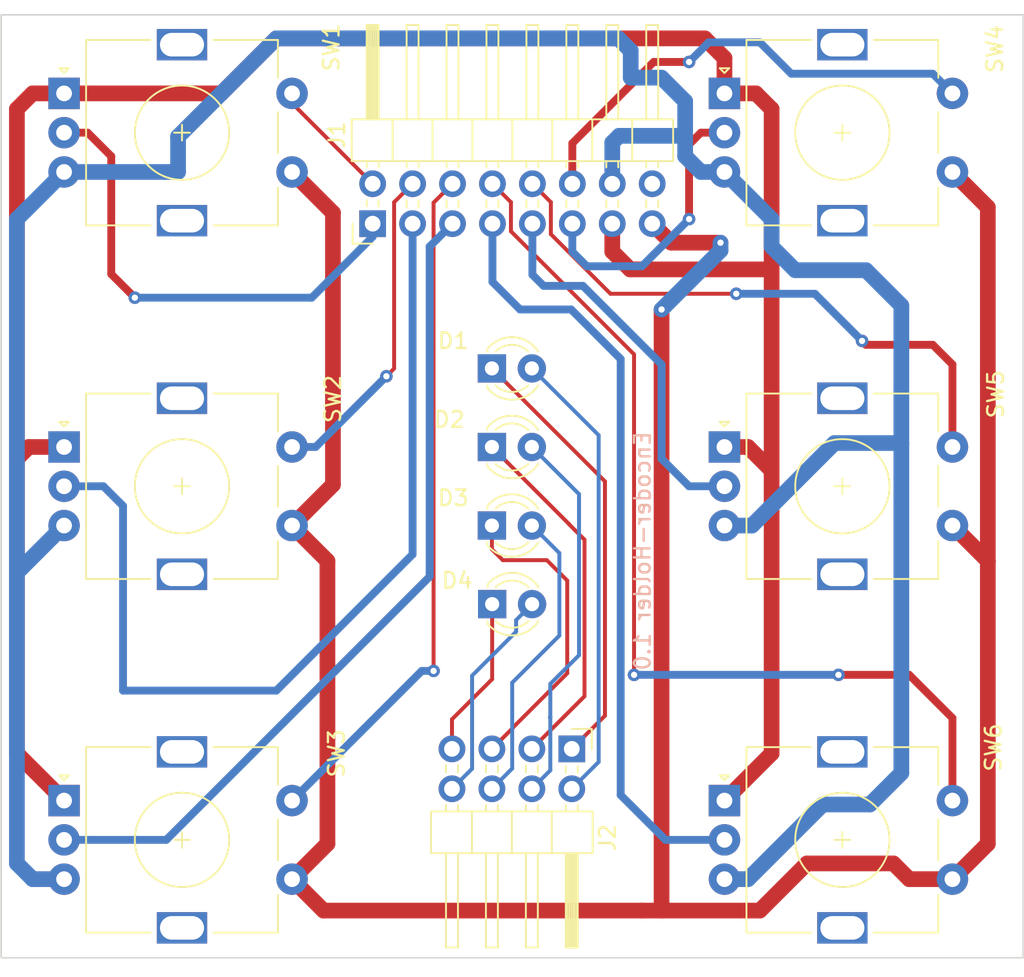
<source format=kicad_pcb>
(kicad_pcb (version 20221018) (generator pcbnew)
  (layers (0 "F.Cu" signal) (31 "B.Cu" signal) (34 "B.Paste" user) (35 "F.Paste" user) (36 "B.SilkS" user "B.Silkscreen") (37 "F.SilkS" user "F.Silkscreen") (38 "B.Mask" user) (39 "F.Mask" user) (44 "Edge.Cuts" user))
  (net 0 "")
  (net 1 "Net-(D1-K)")
  (net 2 "Net-(D1-A)")
  (net 3 "Net-(D2-K)")
  (net 4 "Net-(D2-A)")
  (net 5 "Net-(D3-K)")
  (net 6 "Net-(D3-A)")
  (net 7 "Net-(D4-K)")
  (net 8 "Net-(D4-A)")
  (net 9 "Net-(J1-Pin_1)")
  (net 10 "Net-(J1-Pin_2)")
  (net 11 "Net-(J1-Pin_3)")
  (net 12 "Net-(J1-Pin_4)")
  (net 13 "Net-(J1-Pin_5)")
  (net 14 "Net-(J1-Pin_6)")
  (net 15 "Net-(J1-Pin_7)")
  (net 16 "Net-(J1-Pin_8)")
  (net 17 "Net-(J1-Pin_9)")
  (net 18 "Net-(J1-Pin_10)")
  (net 19 "Net-(J1-Pin_11)")
  (net 20 "Net-(J1-Pin_12)")
  (net 21 "Net-(J1-Pin_13)")
  (net 22 "Net-(J1-Pin_14)")
  (net 24 "Net-(J1-Pin_15)")
  (footprint "Rotary_Encoder:RotaryEncoder_Alps_EC11E-Switch_Vertical_H20mm" (layer "F.Cu") (at 146 77.5)
    (fp_text reference "SW5" (at 17.25 -3.35 90) (layer "F.SilkS"))
    (fp_text value "RotaryEncoder_Switch")
    (fp_line (start -0.3 -1.6) (end 0.3 -1.6) (stroke (width 0.12)) (layer "F.SilkS"))
    (fp_line (start 0 -1.3) (end -0.3 -1.6) (stroke (width 0.12)) (layer "F.SilkS"))
    (fp_line (start 0.3 -1.6) (end 0 -1.3) (stroke (width 0.12)) (layer "F.SilkS"))
    (fp_line (start 1.4 -3.4) (end 1.4 8.4) (stroke (width 0.12)) (layer "F.SilkS"))
    (fp_line (start 5.5 -3.4) (end 1.4 -3.4) (stroke (width 0.12)) (layer "F.SilkS"))
    (fp_line (start 5.5 8.4) (end 1.4 8.4) (stroke (width 0.12)) (layer "F.SilkS"))
    (fp_line (start 7 2.5) (end 8 2.5) (stroke (width 0.12)) (layer "F.SilkS"))
    (fp_line (start 7.5 2) (end 7.5 3) (stroke (width 0.12)) (layer "F.SilkS"))
    (fp_line (start 9.5 -3.4) (end 13.6 -3.4) (stroke (width 0.12)) (layer "F.SilkS"))
    (fp_line (start 13.6 -3.4) (end 13.6 -1) (stroke (width 0.12)) (layer "F.SilkS"))
    (fp_line (start 13.6 1.2) (end 13.6 3.8) (stroke (width 0.12)) (layer "F.SilkS"))
    (fp_line (start 13.6 6) (end 13.6 8.4) (stroke (width 0.12)) (layer "F.SilkS"))
    (fp_line (start 13.6 8.4) (end 9.5 8.4) (stroke (width 0.12)) (layer "F.SilkS"))
    (fp_circle (center 7.5 2.5) (end 10.5 2.5) (stroke (width 0.12)) (fill none) (layer "F.SilkS"))
    (pad "A" thru_hole rect (at 0 0) (size 2 2) (drill 1) (layers "*.Cu" "*.Mask") (net 21 "Net-(J1-Pin_13)"))
    (pad "B" thru_hole circle (at 0 5) (size 2 2) (drill 1) (layers "*.Cu" "*.Mask") (net 22 "Net-(J1-Pin_14)"))
    (pad "C" thru_hole circle (at 0 2.5) (size 2 2) (drill 1) (layers "*.Cu" "*.Mask") (net 17 "Net-(J1-Pin_9)"))
    (pad "MP" thru_hole rect (at 7.5 -3.1) (size 3.2 2) (drill oval 2.8 1.5) (layers "*.Cu" "*.Mask"))
    (pad "MP" thru_hole rect (at 7.5 8.1) (size 3.2 2) (drill oval 2.8 1.5) (layers "*.Cu" "*.Mask"))
    (pad "S1" thru_hole circle (at 14.5 5) (size 2 2) (drill 1) (layers "*.Cu" "*.Mask") (net 24 "Net-(J1-Pin_15)"))
    (pad "S2" thru_hole circle (at 14.5 0) (size 2 2) (drill 1) (layers "*.Cu" "*.Mask") (net 18 "Net-(J1-Pin_10)"))
  )
  (footprint "Rotary_Encoder:RotaryEncoder_Alps_EC11E-Switch_Vertical_H20mm" (layer "F.Cu") (at 104 100)
    (fp_text reference "SW3" (at 17.325 -3 90) (layer "F.SilkS"))
    (fp_text value "RotaryEncoder_Switch")
    (fp_line (start -0.3 -1.6) (end 0.3 -1.6) (stroke (width 0.12)) (layer "F.SilkS"))
    (fp_line (start 0 -1.3) (end -0.3 -1.6) (stroke (width 0.12)) (layer "F.SilkS"))
    (fp_line (start 0.3 -1.6) (end 0 -1.3) (stroke (width 0.12)) (layer "F.SilkS"))
    (fp_line (start 1.4 -3.4) (end 1.4 8.4) (stroke (width 0.12)) (layer "F.SilkS"))
    (fp_line (start 5.5 -3.4) (end 1.4 -3.4) (stroke (width 0.12)) (layer "F.SilkS"))
    (fp_line (start 5.5 8.4) (end 1.4 8.4) (stroke (width 0.12)) (layer "F.SilkS"))
    (fp_line (start 7 2.5) (end 8 2.5) (stroke (width 0.12)) (layer "F.SilkS"))
    (fp_line (start 7.5 2) (end 7.5 3) (stroke (width 0.12)) (layer "F.SilkS"))
    (fp_line (start 9.5 -3.4) (end 13.6 -3.4) (stroke (width 0.12)) (layer "F.SilkS"))
    (fp_line (start 13.6 -3.4) (end 13.6 -1) (stroke (width 0.12)) (layer "F.SilkS"))
    (fp_line (start 13.6 1.2) (end 13.6 3.8) (stroke (width 0.12)) (layer "F.SilkS"))
    (fp_line (start 13.6 6) (end 13.6 8.4) (stroke (width 0.12)) (layer "F.SilkS"))
    (fp_line (start 13.6 8.4) (end 9.5 8.4) (stroke (width 0.12)) (layer "F.SilkS"))
    (fp_circle (center 7.5 2.5) (end 10.5 2.5) (stroke (width 0.12)) (fill none) (layer "F.SilkS"))
    (pad "A" thru_hole rect (at 0 0) (size 2 2) (drill 1) (layers "*.Cu" "*.Mask") (net 21 "Net-(J1-Pin_13)"))
    (pad "B" thru_hole circle (at 0 5) (size 2 2) (drill 1) (layers "*.Cu" "*.Mask") (net 22 "Net-(J1-Pin_14)"))
    (pad "C" thru_hole circle (at 0 2.5) (size 2 2) (drill 1) (layers "*.Cu" "*.Mask") (net 13 "Net-(J1-Pin_5)"))
    (pad "MP" thru_hole rect (at 7.5 -3.1) (size 3.2 2) (drill oval 2.8 1.5) (layers "*.Cu" "*.Mask"))
    (pad "MP" thru_hole rect (at 7.5 8.1) (size 3.2 2) (drill oval 2.8 1.5) (layers "*.Cu" "*.Mask"))
    (pad "S1" thru_hole circle (at 14.5 5) (size 2 2) (drill 1) (layers "*.Cu" "*.Mask") (net 24 "Net-(J1-Pin_15)"))
    (pad "S2" thru_hole circle (at 14.5 0) (size 2 2) (drill 1) (layers "*.Cu" "*.Mask") (net 14 "Net-(J1-Pin_6)"))
  )
  (footprint "Connector_PinHeader_2.54mm:PinHeader_2x04_P2.54mm_Horizontal" (layer "F.Cu") (at 136.29 96.71 -90)
    (fp_text reference "J2" (at 5.655 -2.27 90) (layer "F.SilkS"))
    (fp_text value "Conn_02x04_Odd_Even")
    (fp_line (start -1.27 -1.27) (end 0 -1.27) (stroke (width 0.12)) (layer "F.SilkS"))
    (fp_line (start -1.27 0) (end -1.27 -1.27) (stroke (width 0.12)) (layer "F.SilkS"))
    (fp_line (start 1.042929 2.16) (end 1.497071 2.16) (stroke (width 0.12)) (layer "F.SilkS"))
    (fp_line (start 1.042929 2.92) (end 1.497071 2.92) (stroke (width 0.12)) (layer "F.SilkS"))
    (fp_line (start 1.042929 4.7) (end 1.497071 4.7) (stroke (width 0.12)) (layer "F.SilkS"))
    (fp_line (start 1.042929 5.46) (end 1.497071 5.46) (stroke (width 0.12)) (layer "F.SilkS"))
    (fp_line (start 1.042929 7.24) (end 1.497071 7.24) (stroke (width 0.12)) (layer "F.SilkS"))
    (fp_line (start 1.042929 8) (end 1.497071 8) (stroke (width 0.12)) (layer "F.SilkS"))
    (fp_line (start 1.11 -0.38) (end 1.497071 -0.38) (stroke (width 0.12)) (layer "F.SilkS"))
    (fp_line (start 1.11 0.38) (end 1.497071 0.38) (stroke (width 0.12)) (layer "F.SilkS"))
    (fp_line (start 3.582929 -0.38) (end 3.98 -0.38) (stroke (width 0.12)) (layer "F.SilkS"))
    (fp_line (start 3.582929 0.38) (end 3.98 0.38) (stroke (width 0.12)) (layer "F.SilkS"))
    (fp_line (start 3.582929 2.16) (end 3.98 2.16) (stroke (width 0.12)) (layer "F.SilkS"))
    (fp_line (start 3.582929 2.92) (end 3.98 2.92) (stroke (width 0.12)) (layer "F.SilkS"))
    (fp_line (start 3.582929 4.7) (end 3.98 4.7) (stroke (width 0.12)) (layer "F.SilkS"))
    (fp_line (start 3.582929 5.46) (end 3.98 5.46) (stroke (width 0.12)) (layer "F.SilkS"))
    (fp_line (start 3.582929 7.24) (end 3.98 7.24) (stroke (width 0.12)) (layer "F.SilkS"))
    (fp_line (start 3.582929 8) (end 3.98 8) (stroke (width 0.12)) (layer "F.SilkS"))
    (fp_line (start 3.98 -1.33) (end 3.98 8.95) (stroke (width 0.12)) (layer "F.SilkS"))
    (fp_line (start 3.98 1.27) (end 6.64 1.27) (stroke (width 0.12)) (layer "F.SilkS"))
    (fp_line (start 3.98 3.81) (end 6.64 3.81) (stroke (width 0.12)) (layer "F.SilkS"))
    (fp_line (start 3.98 6.35) (end 6.64 6.35) (stroke (width 0.12)) (layer "F.SilkS"))
    (fp_line (start 3.98 8.95) (end 6.64 8.95) (stroke (width 0.12)) (layer "F.SilkS"))
    (fp_line (start 6.64 -1.33) (end 3.98 -1.33) (stroke (width 0.12)) (layer "F.SilkS"))
    (fp_line (start 6.64 -0.38) (end 12.64 -0.38) (stroke (width 0.12)) (layer "F.SilkS"))
    (fp_line (start 6.64 -0.32) (end 12.64 -0.32) (stroke (width 0.12)) (layer "F.SilkS"))
    (fp_line (start 6.64 -0.2) (end 12.64 -0.2) (stroke (width 0.12)) (layer "F.SilkS"))
    (fp_line (start 6.64 -0.08) (end 12.64 -0.08) (stroke (width 0.12)) (layer "F.SilkS"))
    (fp_line (start 6.64 0.04) (end 12.64 0.04) (stroke (width 0.12)) (layer "F.SilkS"))
    (fp_line (start 6.64 0.16) (end 12.64 0.16) (stroke (width 0.12)) (layer "F.SilkS"))
    (fp_line (start 6.64 0.28) (end 12.64 0.28) (stroke (width 0.12)) (layer "F.SilkS"))
    (fp_line (start 6.64 2.16) (end 12.64 2.16) (stroke (width 0.12)) (layer "F.SilkS"))
    (fp_line (start 6.64 4.7) (end 12.64 4.7) (stroke (width 0.12)) (layer "F.SilkS"))
    (fp_line (start 6.64 7.24) (end 12.64 7.24) (stroke (width 0.12)) (layer "F.SilkS"))
    (fp_line (start 6.64 8.95) (end 6.64 -1.33) (stroke (width 0.12)) (layer "F.SilkS"))
    (fp_line (start 12.64 -0.38) (end 12.64 0.38) (stroke (width 0.12)) (layer "F.SilkS"))
    (fp_line (start 12.64 0.38) (end 6.64 0.38) (stroke (width 0.12)) (layer "F.SilkS"))
    (fp_line (start 12.64 2.16) (end 12.64 2.92) (stroke (width 0.12)) (layer "F.SilkS"))
    (fp_line (start 12.64 2.92) (end 6.64 2.92) (stroke (width 0.12)) (layer "F.SilkS"))
    (fp_line (start 12.64 4.7) (end 12.64 5.46) (stroke (width 0.12)) (layer "F.SilkS"))
    (fp_line (start 12.64 5.46) (end 6.64 5.46) (stroke (width 0.12)) (layer "F.SilkS"))
    (fp_line (start 12.64 7.24) (end 12.64 8) (stroke (width 0.12)) (layer "F.SilkS"))
    (fp_line (start 12.64 8) (end 6.64 8) (stroke (width 0.12)) (layer "F.SilkS"))
    (pad "1" thru_hole rect (at 0 0 270) (size 1.7 1.7) (drill 1) (layers "*.Cu" "*.Mask") (net 1 "Net-(D1-K)"))
    (pad "2" thru_hole oval (at 2.54 0 270) (size 1.7 1.7) (drill 1) (layers "*.Cu" "*.Mask") (net 2 "Net-(D1-A)"))
    (pad "3" thru_hole oval (at 0 2.54 270) (size 1.7 1.7) (drill 1) (layers "*.Cu" "*.Mask") (net 3 "Net-(D2-K)"))
    (pad "4" thru_hole oval (at 2.54 2.54 270) (size 1.7 1.7) (drill 1) (layers "*.Cu" "*.Mask") (net 4 "Net-(D2-A)"))
    (pad "5" thru_hole oval (at 0 5.08 270) (size 1.7 1.7) (drill 1) (layers "*.Cu" "*.Mask") (net 5 "Net-(D3-K)"))
    (pad "6" thru_hole oval (at 2.54 5.08 270) (size 1.7 1.7) (drill 1) (layers "*.Cu" "*.Mask") (net 6 "Net-(D3-A)"))
    (pad "7" thru_hole oval (at 0 7.62 270) (size 1.7 1.7) (drill 1) (layers "*.Cu" "*.Mask") (net 7 "Net-(D4-K)"))
    (pad "8" thru_hole oval (at 2.54 7.62 270) (size 1.7 1.7) (drill 1) (layers "*.Cu" "*.Mask") (net 8 "Net-(D4-A)"))
  )
  (footprint "Rotary_Encoder:RotaryEncoder_Alps_EC11E-Switch_Vertical_H20mm" (layer "F.Cu") (at 104 55)
    (fp_text reference "SW1" (at 17 -2.925 90) (layer "F.SilkS"))
    (fp_text value "RotaryEncoder_Switch")
    (fp_line (start -0.3 -1.6) (end 0.3 -1.6) (stroke (width 0.12)) (layer "F.SilkS"))
    (fp_line (start 0 -1.3) (end -0.3 -1.6) (stroke (width 0.12)) (layer "F.SilkS"))
    (fp_line (start 0.3 -1.6) (end 0 -1.3) (stroke (width 0.12)) (layer "F.SilkS"))
    (fp_line (start 1.4 -3.4) (end 1.4 8.4) (stroke (width 0.12)) (layer "F.SilkS"))
    (fp_line (start 5.5 -3.4) (end 1.4 -3.4) (stroke (width 0.12)) (layer "F.SilkS"))
    (fp_line (start 5.5 8.4) (end 1.4 8.4) (stroke (width 0.12)) (layer "F.SilkS"))
    (fp_line (start 7 2.5) (end 8 2.5) (stroke (width 0.12)) (layer "F.SilkS"))
    (fp_line (start 7.5 2) (end 7.5 3) (stroke (width 0.12)) (layer "F.SilkS"))
    (fp_line (start 9.5 -3.4) (end 13.6 -3.4) (stroke (width 0.12)) (layer "F.SilkS"))
    (fp_line (start 13.6 -3.4) (end 13.6 -1) (stroke (width 0.12)) (layer "F.SilkS"))
    (fp_line (start 13.6 1.2) (end 13.6 3.8) (stroke (width 0.12)) (layer "F.SilkS"))
    (fp_line (start 13.6 6) (end 13.6 8.4) (stroke (width 0.12)) (layer "F.SilkS"))
    (fp_line (start 13.6 8.4) (end 9.5 8.4) (stroke (width 0.12)) (layer "F.SilkS"))
    (fp_circle (center 7.5 2.5) (end 10.5 2.5) (stroke (width 0.12)) (fill none) (layer "F.SilkS"))
    (pad "A" thru_hole rect (at 0 0) (size 2 2) (drill 1) (layers "*.Cu" "*.Mask") (net 21 "Net-(J1-Pin_13)"))
    (pad "B" thru_hole circle (at 0 5) (size 2 2) (drill 1) (layers "*.Cu" "*.Mask") (net 22 "Net-(J1-Pin_14)"))
    (pad "C" thru_hole circle (at 0 2.5) (size 2 2) (drill 1) (layers "*.Cu" "*.Mask") (net 9 "Net-(J1-Pin_1)"))
    (pad "MP" thru_hole rect (at 7.5 -3.1) (size 3.2 2) (drill oval 2.8 1.5) (layers "*.Cu" "*.Mask"))
    (pad "MP" thru_hole rect (at 7.5 8.1) (size 3.2 2) (drill oval 2.8 1.5) (layers "*.Cu" "*.Mask"))
    (pad "S1" thru_hole circle (at 14.5 5) (size 2 2) (drill 1) (layers "*.Cu" "*.Mask") (net 24 "Net-(J1-Pin_15)"))
    (pad "S2" thru_hole circle (at 14.5 0) (size 2 2) (drill 1) (layers "*.Cu" "*.Mask") (net 10 "Net-(J1-Pin_2)"))
  )
  (footprint "Rotary_Encoder:RotaryEncoder_Alps_EC11E-Switch_Vertical_H20mm" (layer "F.Cu") (at 104 77.5)
    (fp_text reference "SW2" (at 17.1 -3.05 90) (layer "F.SilkS"))
    (fp_text value "RotaryEncoder_Switch")
    (fp_line (start -0.3 -1.6) (end 0.3 -1.6) (stroke (width 0.12)) (layer "F.SilkS"))
    (fp_line (start 0 -1.3) (end -0.3 -1.6) (stroke (width 0.12)) (layer "F.SilkS"))
    (fp_line (start 0.3 -1.6) (end 0 -1.3) (stroke (width 0.12)) (layer "F.SilkS"))
    (fp_line (start 1.4 -3.4) (end 1.4 8.4) (stroke (width 0.12)) (layer "F.SilkS"))
    (fp_line (start 5.5 -3.4) (end 1.4 -3.4) (stroke (width 0.12)) (layer "F.SilkS"))
    (fp_line (start 5.5 8.4) (end 1.4 8.4) (stroke (width 0.12)) (layer "F.SilkS"))
    (fp_line (start 7 2.5) (end 8 2.5) (stroke (width 0.12)) (layer "F.SilkS"))
    (fp_line (start 7.5 2) (end 7.5 3) (stroke (width 0.12)) (layer "F.SilkS"))
    (fp_line (start 9.5 -3.4) (end 13.6 -3.4) (stroke (width 0.12)) (layer "F.SilkS"))
    (fp_line (start 13.6 -3.4) (end 13.6 -1) (stroke (width 0.12)) (layer "F.SilkS"))
    (fp_line (start 13.6 1.2) (end 13.6 3.8) (stroke (width 0.12)) (layer "F.SilkS"))
    (fp_line (start 13.6 6) (end 13.6 8.4) (stroke (width 0.12)) (layer "F.SilkS"))
    (fp_line (start 13.6 8.4) (end 9.5 8.4) (stroke (width 0.12)) (layer "F.SilkS"))
    (fp_circle (center 7.5 2.5) (end 10.5 2.5) (stroke (width 0.12)) (fill none) (layer "F.SilkS"))
    (pad "A" thru_hole rect (at 0 0) (size 2 2) (drill 1) (layers "*.Cu" "*.Mask") (net 21 "Net-(J1-Pin_13)"))
    (pad "B" thru_hole circle (at 0 5) (size 2 2) (drill 1) (layers "*.Cu" "*.Mask") (net 22 "Net-(J1-Pin_14)"))
    (pad "C" thru_hole circle (at 0 2.5) (size 2 2) (drill 1) (layers "*.Cu" "*.Mask") (net 11 "Net-(J1-Pin_3)"))
    (pad "MP" thru_hole rect (at 7.5 -3.1) (size 3.2 2) (drill oval 2.8 1.5) (layers "*.Cu" "*.Mask"))
    (pad "MP" thru_hole rect (at 7.5 8.1) (size 3.2 2) (drill oval 2.8 1.5) (layers "*.Cu" "*.Mask"))
    (pad "S1" thru_hole circle (at 14.5 5) (size 2 2) (drill 1) (layers "*.Cu" "*.Mask") (net 24 "Net-(J1-Pin_15)"))
    (pad "S2" thru_hole circle (at 14.5 0) (size 2 2) (drill 1) (layers "*.Cu" "*.Mask") (net 12 "Net-(J1-Pin_4)"))
  )
  (footprint "LED_THT:LED_D3.0mm" (layer "F.Cu") (at 131.21 77.5)
    (fp_text reference "D2" (at -2.71 -1.75) (layer "F.SilkS"))
    (fp_text value "LED")
    (fp_line (start -0.29 -1.236) (end -0.29 -1.08) (stroke (width 0.12)) (layer "F.SilkS"))
    (fp_line (start -0.29 1.08) (end -0.29 1.236) (stroke (width 0.12)) (layer "F.SilkS"))
    (fp_arc (start -0.29 -1.235516) (mid 1.366487 -1.987659) (end 2.942335 -1.078608) (stroke (width 0.12)) (layer "F.SilkS"))
    (fp_arc (start 0.229039 -1.08) (mid 1.270117 -1.5) (end 2.31113 -1.079837) (stroke (width 0.12)) (layer "F.SilkS"))
    (fp_arc (start 2.31113 1.079837) (mid 1.270117 1.5) (end 0.229039 1.08) (stroke (width 0.12)) (layer "F.SilkS"))
    (fp_arc (start 2.942335 1.078608) (mid 1.366487 1.987659) (end -0.29 1.235516) (stroke (width 0.12)) (layer "F.SilkS"))
    (pad "1" thru_hole rect (at 0 0) (size 1.8 1.8) (drill 0.9) (layers "*.Cu" "*.Mask") (net 3 "Net-(D2-K)"))
    (pad "2" thru_hole circle (at 2.54 0) (size 1.8 1.8) (drill 0.9) (layers "*.Cu" "*.Mask") (net 4 "Net-(D2-A)"))
  )
  (footprint "LED_THT:LED_D3.0mm" (layer "F.Cu") (at 131.21 82.5)
    (fp_text reference "D3" (at -2.46 -1.75) (layer "F.SilkS"))
    (fp_text value "LED")
    (fp_line (start -0.29 -1.236) (end -0.29 -1.08) (stroke (width 0.12)) (layer "F.SilkS"))
    (fp_line (start -0.29 1.08) (end -0.29 1.236) (stroke (width 0.12)) (layer "F.SilkS"))
    (fp_arc (start -0.29 -1.235516) (mid 1.366487 -1.987659) (end 2.942335 -1.078608) (stroke (width 0.12)) (layer "F.SilkS"))
    (fp_arc (start 0.229039 -1.08) (mid 1.270117 -1.5) (end 2.31113 -1.079837) (stroke (width 0.12)) (layer "F.SilkS"))
    (fp_arc (start 2.31113 1.079837) (mid 1.270117 1.5) (end 0.229039 1.08) (stroke (width 0.12)) (layer "F.SilkS"))
    (fp_arc (start 2.942335 1.078608) (mid 1.366487 1.987659) (end -0.29 1.235516) (stroke (width 0.12)) (layer "F.SilkS"))
    (pad "1" thru_hole rect (at 0 0) (size 1.8 1.8) (drill 0.9) (layers "*.Cu" "*.Mask") (net 5 "Net-(D3-K)"))
    (pad "2" thru_hole circle (at 2.54 0) (size 1.8 1.8) (drill 0.9) (layers "*.Cu" "*.Mask") (net 6 "Net-(D3-A)"))
  )
  (footprint "LED_THT:LED_D3.0mm" (layer "F.Cu") (at 131.225 87.5)
    (fp_text reference "D4" (at -2.225 -1.5) (layer "F.SilkS"))
    (fp_text value "LED")
    (fp_line (start -0.29 -1.236) (end -0.29 -1.08) (stroke (width 0.12)) (layer "F.SilkS"))
    (fp_line (start -0.29 1.08) (end -0.29 1.236) (stroke (width 0.12)) (layer "F.SilkS"))
    (fp_arc (start -0.29 -1.235516) (mid 1.366487 -1.987659) (end 2.942335 -1.078608) (stroke (width 0.12)) (layer "F.SilkS"))
    (fp_arc (start 0.229039 -1.08) (mid 1.270117 -1.5) (end 2.31113 -1.079837) (stroke (width 0.12)) (layer "F.SilkS"))
    (fp_arc (start 2.31113 1.079837) (mid 1.270117 1.5) (end 0.229039 1.08) (stroke (width 0.12)) (layer "F.SilkS"))
    (fp_arc (start 2.942335 1.078608) (mid 1.366487 1.987659) (end -0.29 1.235516) (stroke (width 0.12)) (layer "F.SilkS"))
    (pad "1" thru_hole rect (at 0 0) (size 1.8 1.8) (drill 0.9) (layers "*.Cu" "*.Mask") (net 7 "Net-(D4-K)"))
    (pad "2" thru_hole circle (at 2.54 0) (size 1.8 1.8) (drill 0.9) (layers "*.Cu" "*.Mask") (net 8 "Net-(D4-A)"))
  )
  (footprint "LED_THT:LED_D3.0mm" (layer "F.Cu") (at 131.21 72.5)
    (fp_text reference "D1" (at -2.46 -1.75) (layer "F.SilkS"))
    (fp_text value "LED")
    (fp_line (start -0.29 -1.236) (end -0.29 -1.08) (stroke (width 0.12)) (layer "F.SilkS"))
    (fp_line (start -0.29 1.08) (end -0.29 1.236) (stroke (width 0.12)) (layer "F.SilkS"))
    (fp_arc (start -0.29 -1.235516) (mid 1.366487 -1.987659) (end 2.942335 -1.078608) (stroke (width 0.12)) (layer "F.SilkS"))
    (fp_arc (start 0.229039 -1.08) (mid 1.270117 -1.5) (end 2.31113 -1.079837) (stroke (width 0.12)) (layer "F.SilkS"))
    (fp_arc (start 2.31113 1.079837) (mid 1.270117 1.5) (end 0.229039 1.08) (stroke (width 0.12)) (layer "F.SilkS"))
    (fp_arc (start 2.942335 1.078608) (mid 1.366487 1.987659) (end -0.29 1.235516) (stroke (width 0.12)) (layer "F.SilkS"))
    (pad "1" thru_hole rect (at 0 0) (size 1.8 1.8) (drill 0.9) (layers "*.Cu" "*.Mask") (net 1 "Net-(D1-K)"))
    (pad "2" thru_hole circle (at 2.54 0) (size 1.8 1.8) (drill 0.9) (layers "*.Cu" "*.Mask") (net 2 "Net-(D1-A)"))
  )
  (footprint "Rotary_Encoder:RotaryEncoder_Alps_EC11E-Switch_Vertical_H20mm" (layer "F.Cu") (at 146 100)
    (fp_text reference "SW6" (at 17.1 -3.375 90) (layer "F.SilkS"))
    (fp_text value "RotaryEncoder_Switch")
    (fp_line (start -0.3 -1.6) (end 0.3 -1.6) (stroke (width 0.12)) (layer "F.SilkS"))
    (fp_line (start 0 -1.3) (end -0.3 -1.6) (stroke (width 0.12)) (layer "F.SilkS"))
    (fp_line (start 0.3 -1.6) (end 0 -1.3) (stroke (width 0.12)) (layer "F.SilkS"))
    (fp_line (start 1.4 -3.4) (end 1.4 8.4) (stroke (width 0.12)) (layer "F.SilkS"))
    (fp_line (start 5.5 -3.4) (end 1.4 -3.4) (stroke (width 0.12)) (layer "F.SilkS"))
    (fp_line (start 5.5 8.4) (end 1.4 8.4) (stroke (width 0.12)) (layer "F.SilkS"))
    (fp_line (start 7 2.5) (end 8 2.5) (stroke (width 0.12)) (layer "F.SilkS"))
    (fp_line (start 7.5 2) (end 7.5 3) (stroke (width 0.12)) (layer "F.SilkS"))
    (fp_line (start 9.5 -3.4) (end 13.6 -3.4) (stroke (width 0.12)) (layer "F.SilkS"))
    (fp_line (start 13.6 -3.4) (end 13.6 -1) (stroke (width 0.12)) (layer "F.SilkS"))
    (fp_line (start 13.6 1.2) (end 13.6 3.8) (stroke (width 0.12)) (layer "F.SilkS"))
    (fp_line (start 13.6 6) (end 13.6 8.4) (stroke (width 0.12)) (layer "F.SilkS"))
    (fp_line (start 13.6 8.4) (end 9.5 8.4) (stroke (width 0.12)) (layer "F.SilkS"))
    (fp_circle (center 7.5 2.5) (end 10.5 2.5) (stroke (width 0.12)) (fill none) (layer "F.SilkS"))
    (pad "A" thru_hole rect (at 0 0) (size 2 2) (drill 1) (layers "*.Cu" "*.Mask") (net 21 "Net-(J1-Pin_13)"))
    (pad "B" thru_hole circle (at 0 5) (size 2 2) (drill 1) (layers "*.Cu" "*.Mask") (net 22 "Net-(J1-Pin_14)"))
    (pad "C" thru_hole circle (at 0 2.5) (size 2 2) (drill 1) (layers "*.Cu" "*.Mask") (net 15 "Net-(J1-Pin_7)"))
    (pad "MP" thru_hole rect (at 7.5 -3.1) (size 3.2 2) (drill oval 2.8 1.5) (layers "*.Cu" "*.Mask"))
    (pad "MP" thru_hole rect (at 7.5 8.1) (size 3.2 2) (drill oval 2.8 1.5) (layers "*.Cu" "*.Mask"))
    (pad "S1" thru_hole circle (at 14.5 5) (size 2 2) (drill 1) (layers "*.Cu" "*.Mask") (net 24 "Net-(J1-Pin_15)"))
    (pad "S2" thru_hole circle (at 14.5 0) (size 2 2) (drill 1) (layers "*.Cu" "*.Mask") (net 16 "Net-(J1-Pin_8)"))
  )
  (footprint "Connector_PinHeader_2.54mm:PinHeader_2x08_P2.54mm_Horizontal" (layer "F.Cu") (at 123.625 63.29 90)
    (fp_text reference "J1" (at 5.655 -2.27 90) (layer "F.SilkS"))
    (fp_text value "Conn_02x10_Odd_Even")
    (fp_line (start -1.27 -1.27) (end 0 -1.27) (stroke (width 0.12)) (layer "F.SilkS"))
    (fp_line (start -1.27 0) (end -1.27 -1.27) (stroke (width 0.12)) (layer "F.SilkS"))
    (fp_line (start 1.042929 2.16) (end 1.497071 2.16) (stroke (width 0.12)) (layer "F.SilkS"))
    (fp_line (start 1.042929 2.92) (end 1.497071 2.92) (stroke (width 0.12)) (layer "F.SilkS"))
    (fp_line (start 1.042929 4.7) (end 1.497071 4.7) (stroke (width 0.12)) (layer "F.SilkS"))
    (fp_line (start 1.042929 5.46) (end 1.497071 5.46) (stroke (width 0.12)) (layer "F.SilkS"))
    (fp_line (start 1.042929 7.24) (end 1.497071 7.24) (stroke (width 0.12)) (layer "F.SilkS"))
    (fp_line (start 1.042929 8) (end 1.497071 8) (stroke (width 0.12)) (layer "F.SilkS"))
    (fp_line (start 1.042929 9.78) (end 1.497071 9.78) (stroke (width 0.12)) (layer "F.SilkS"))
    (fp_line (start 1.042929 10.54) (end 1.497071 10.54) (stroke (width 0.12)) (layer "F.SilkS"))
    (fp_line (start 1.042929 12.32) (end 1.497071 12.32) (stroke (width 0.12)) (layer "F.SilkS"))
    (fp_line (start 1.042929 13.08) (end 1.497071 13.08) (stroke (width 0.12)) (layer "F.SilkS"))
    (fp_line (start 1.042929 14.86) (end 1.497071 14.86) (stroke (width 0.12)) (layer "F.SilkS"))
    (fp_line (start 1.042929 15.62) (end 1.497071 15.62) (stroke (width 0.12)) (layer "F.SilkS"))
    (fp_line (start 1.042929 17.4) (end 1.497071 17.4) (stroke (width 0.12)) (layer "F.SilkS"))
    (fp_line (start 1.042929 18.16) (end 1.497071 18.16) (stroke (width 0.12)) (layer "F.SilkS"))
    (fp_line (start 1.11 -0.38) (end 1.497071 -0.38) (stroke (width 0.12)) (layer "F.SilkS"))
    (fp_line (start 1.11 0.38) (end 1.497071 0.38) (stroke (width 0.12)) (layer "F.SilkS"))
    (fp_line (start 3.582929 -0.38) (end 3.98 -0.38) (stroke (width 0.12)) (layer "F.SilkS"))
    (fp_line (start 3.582929 0.38) (end 3.98 0.38) (stroke (width 0.12)) (layer "F.SilkS"))
    (fp_line (start 3.582929 2.16) (end 3.98 2.16) (stroke (width 0.12)) (layer "F.SilkS"))
    (fp_line (start 3.582929 2.92) (end 3.98 2.92) (stroke (width 0.12)) (layer "F.SilkS"))
    (fp_line (start 3.582929 4.7) (end 3.98 4.7) (stroke (width 0.12)) (layer "F.SilkS"))
    (fp_line (start 3.582929 5.46) (end 3.98 5.46) (stroke (width 0.12)) (layer "F.SilkS"))
    (fp_line (start 3.582929 7.24) (end 3.98 7.24) (stroke (width 0.12)) (layer "F.SilkS"))
    (fp_line (start 3.582929 8) (end 3.98 8) (stroke (width 0.12)) (layer "F.SilkS"))
    (fp_line (start 3.582929 9.78) (end 3.98 9.78) (stroke (width 0.12)) (layer "F.SilkS"))
    (fp_line (start 3.582929 10.54) (end 3.98 10.54) (stroke (width 0.12)) (layer "F.SilkS"))
    (fp_line (start 3.582929 12.32) (end 3.98 12.32) (stroke (width 0.12)) (layer "F.SilkS"))
    (fp_line (start 3.582929 13.08) (end 3.98 13.08) (stroke (width 0.12)) (layer "F.SilkS"))
    (fp_line (start 3.582929 14.86) (end 3.98 14.86) (stroke (width 0.12)) (layer "F.SilkS"))
    (fp_line (start 3.582929 15.62) (end 3.98 15.62) (stroke (width 0.12)) (layer "F.SilkS"))
    (fp_line (start 3.582929 17.4) (end 3.98 17.4) (stroke (width 0.12)) (layer "F.SilkS"))
    (fp_line (start 3.582929 18.16) (end 3.98 18.16) (stroke (width 0.12)) (layer "F.SilkS"))
    (fp_line (start 3.98 -1.33) (end 3.98 19.11) (stroke (width 0.12)) (layer "F.SilkS"))
    (fp_line (start 3.98 1.27) (end 6.64 1.27) (stroke (width 0.12)) (layer "F.SilkS"))
    (fp_line (start 3.98 3.81) (end 6.64 3.81) (stroke (width 0.12)) (layer "F.SilkS"))
    (fp_line (start 3.98 6.35) (end 6.64 6.35) (stroke (width 0.12)) (layer "F.SilkS"))
    (fp_line (start 3.98 8.89) (end 6.64 8.89) (stroke (width 0.12)) (layer "F.SilkS"))
    (fp_line (start 3.98 11.43) (end 6.64 11.43) (stroke (width 0.12)) (layer "F.SilkS"))
    (fp_line (start 3.98 13.97) (end 6.64 13.97) (stroke (width 0.12)) (layer "F.SilkS"))
    (fp_line (start 3.98 16.51) (end 6.64 16.51) (stroke (width 0.12)) (layer "F.SilkS"))
    (fp_line (start 3.98 19.11) (end 6.64 19.11) (stroke (width 0.12)) (layer "F.SilkS"))
    (fp_line (start 6.64 -1.33) (end 3.98 -1.33) (stroke (width 0.12)) (layer "F.SilkS"))
    (fp_line (start 6.64 -0.38) (end 12.64 -0.38) (stroke (width 0.12)) (layer "F.SilkS"))
    (fp_line (start 6.64 -0.32) (end 12.64 -0.32) (stroke (width 0.12)) (layer "F.SilkS"))
    (fp_line (start 6.64 -0.2) (end 12.64 -0.2) (stroke (width 0.12)) (layer "F.SilkS"))
    (fp_line (start 6.64 -0.08) (end 12.64 -0.08) (stroke (width 0.12)) (layer "F.SilkS"))
    (fp_line (start 6.64 0.04) (end 12.64 0.04) (stroke (width 0.12)) (layer "F.SilkS"))
    (fp_line (start 6.64 0.16) (end 12.64 0.16) (stroke (width 0.12)) (layer "F.SilkS"))
    (fp_line (start 6.64 0.28) (end 12.64 0.28) (stroke (width 0.12)) (layer "F.SilkS"))
    (fp_line (start 6.64 2.16) (end 12.64 2.16) (stroke (width 0.12)) (layer "F.SilkS"))
    (fp_line (start 6.64 4.7) (end 12.64 4.7) (stroke (width 0.12)) (layer "F.SilkS"))
    (fp_line (start 6.64 7.24) (end 12.64 7.24) (stroke (width 0.12)) (layer "F.SilkS"))
    (fp_line (start 6.64 9.78) (end 12.64 9.78) (stroke (width 0.12)) (layer "F.SilkS"))
    (fp_line (start 6.64 12.32) (end 12.64 12.32) (stroke (width 0.12)) (layer "F.SilkS"))
    (fp_line (start 6.64 14.86) (end 12.64 14.86) (stroke (width 0.12)) (layer "F.SilkS"))
    (fp_line (start 6.64 17.4) (end 12.64 17.4) (stroke (width 0.12)) (layer "F.SilkS"))
    (fp_line (start 6.64 19.11) (end 6.64 -1.33) (stroke (width 0.12)) (layer "F.SilkS"))
    (fp_line (start 12.64 -0.38) (end 12.64 0.38) (stroke (width 0.12)) (layer "F.SilkS"))
    (fp_line (start 12.64 0.38) (end 6.64 0.38) (stroke (width 0.12)) (layer "F.SilkS"))
    (fp_line (start 12.64 2.16) (end 12.64 2.92) (stroke (width 0.12)) (layer "F.SilkS"))
    (fp_line (start 12.64 2.92) (end 6.64 2.92) (stroke (width 0.12)) (layer "F.SilkS"))
    (fp_line (start 12.64 4.7) (end 12.64 5.46) (stroke (width 0.12)) (layer "F.SilkS"))
    (fp_line (start 12.64 5.46) (end 6.64 5.46) (stroke (width 0.12)) (layer "F.SilkS"))
    (fp_line (start 12.64 7.24) (end 12.64 8) (stroke (width 0.12)) (layer "F.SilkS"))
    (fp_line (start 12.64 8) (end 6.64 8) (stroke (width 0.12)) (layer "F.SilkS"))
    (fp_line (start 12.64 9.78) (end 12.64 10.54) (stroke (width 0.12)) (layer "F.SilkS"))
    (fp_line (start 12.64 10.54) (end 6.64 10.54) (stroke (width 0.12)) (layer "F.SilkS"))
    (fp_line (start 12.64 12.32) (end 12.64 13.08) (stroke (width 0.12)) (layer "F.SilkS"))
    (fp_line (start 12.64 13.08) (end 6.64 13.08) (stroke (width 0.12)) (layer "F.SilkS"))
    (fp_line (start 12.64 14.86) (end 12.64 15.62) (stroke (width 0.12)) (layer "F.SilkS"))
    (fp_line (start 12.64 15.62) (end 6.64 15.62) (stroke (width 0.12)) (layer "F.SilkS"))
    (fp_line (start 12.64 17.4) (end 12.64 18.16) (stroke (width 0.12)) (layer "F.SilkS"))
    (fp_line (start 12.64 18.16) (end 6.64 18.16) (stroke (width 0.12)) (layer "F.SilkS"))
    (pad "1" thru_hole rect (at 0 0 90) (size 1.7 1.7) (drill 1) (layers "*.Cu" "*.Mask") (net 9 "Net-(J1-Pin_1)"))
    (pad "2" thru_hole oval (at 2.54 0 90) (size 1.7 1.7) (drill 1) (layers "*.Cu" "*.Mask") (net 10 "Net-(J1-Pin_2)"))
    (pad "3" thru_hole oval (at 0 2.54 90) (size 1.7 1.7) (drill 1) (layers "*.Cu" "*.Mask") (net 11 "Net-(J1-Pin_3)"))
    (pad "4" thru_hole oval (at 2.54 2.54 90) (size 1.7 1.7) (drill 1) (layers "*.Cu" "*.Mask") (net 12 "Net-(J1-Pin_4)"))
    (pad "5" thru_hole oval (at 0 5.08 90) (size 1.7 1.7) (drill 1) (layers "*.Cu" "*.Mask") (net 13 "Net-(J1-Pin_5)"))
    (pad "6" thru_hole oval (at 2.54 5.08 90) (size 1.7 1.7) (drill 1) (layers "*.Cu" "*.Mask") (net 14 "Net-(J1-Pin_6)"))
    (pad "7" thru_hole oval (at 0 7.62 90) (size 1.7 1.7) (drill 1) (layers "*.Cu" "*.Mask") (net 15 "Net-(J1-Pin_7)"))
    (pad "8" thru_hole oval (at 2.54 7.62 90) (size 1.7 1.7) (drill 1) (layers "*.Cu" "*.Mask") (net 16 "Net-(J1-Pin_8)"))
    (pad "9" thru_hole oval (at 0 10.16 90) (size 1.7 1.7) (drill 1) (layers "*.Cu" "*.Mask") (net 17 "Net-(J1-Pin_9)"))
    (pad "10" thru_hole oval (at 2.54 10.16 90) (size 1.7 1.7) (drill 1) (layers "*.Cu" "*.Mask") (net 18 "Net-(J1-Pin_10)"))
    (pad "11" thru_hole oval (at 0 12.7 90) (size 1.7 1.7) (drill 1) (layers "*.Cu" "*.Mask") (net 19 "Net-(J1-Pin_11)"))
    (pad "12" thru_hole oval (at 2.54 12.7 90) (size 1.7 1.7) (drill 1) (layers "*.Cu" "*.Mask") (net 20 "Net-(J1-Pin_12)"))
    (pad "13" thru_hole oval (at 0 15.24 90) (size 1.7 1.7) (drill 1) (layers "*.Cu" "*.Mask") (net 21 "Net-(J1-Pin_13)"))
    (pad "14" thru_hole oval (at 2.54 15.24 90) (size 1.7 1.7) (drill 1) (layers "*.Cu" "*.Mask") (net 22 "Net-(J1-Pin_14)"))
    (pad "15" thru_hole oval (at 0 17.78 90) (size 1.7 1.7) (drill 1) (layers "*.Cu" "*.Mask") (net 24 "Net-(J1-Pin_15)"))
    (pad "16" thru_hole oval (at 2.54 17.78 90) (size 1.7 1.7) (drill 1) (layers "*.Cu" "*.Mask"))
  )
  (footprint "Rotary_Encoder:RotaryEncoder_Alps_EC11E-Switch_Vertical_H20mm" (layer "F.Cu") (at 146 55)
    (fp_text reference "SW4" (at 17.2 -2.825 90) (layer "F.SilkS"))
    (fp_text value "RotaryEncoder_Switch")
    (fp_line (start -0.3 -1.6) (end 0.3 -1.6) (stroke (width 0.12)) (layer "F.SilkS"))
    (fp_line (start 0 -1.3) (end -0.3 -1.6) (stroke (width 0.12)) (layer "F.SilkS"))
    (fp_line (start 0.3 -1.6) (end 0 -1.3) (stroke (width 0.12)) (layer "F.SilkS"))
    (fp_line (start 1.4 -3.4) (end 1.4 8.4) (stroke (width 0.12)) (layer "F.SilkS"))
    (fp_line (start 5.5 -3.4) (end 1.4 -3.4) (stroke (width 0.12)) (layer "F.SilkS"))
    (fp_line (start 5.5 8.4) (end 1.4 8.4) (stroke (width 0.12)) (layer "F.SilkS"))
    (fp_line (start 7 2.5) (end 8 2.5) (stroke (width 0.12)) (layer "F.SilkS"))
    (fp_line (start 7.5 2) (end 7.5 3) (stroke (width 0.12)) (layer "F.SilkS"))
    (fp_line (start 9.5 -3.4) (end 13.6 -3.4) (stroke (width 0.12)) (layer "F.SilkS"))
    (fp_line (start 13.6 -3.4) (end 13.6 -1) (stroke (width 0.12)) (layer "F.SilkS"))
    (fp_line (start 13.6 1.2) (end 13.6 3.8) (stroke (width 0.12)) (layer "F.SilkS"))
    (fp_line (start 13.6 6) (end 13.6 8.4) (stroke (width 0.12)) (layer "F.SilkS"))
    (fp_line (start 13.6 8.4) (end 9.5 8.4) (stroke (width 0.12)) (layer "F.SilkS"))
    (fp_circle (center 7.5 2.5) (end 10.5 2.5) (stroke (width 0.12)) (fill none) (layer "F.SilkS"))
    (pad "A" thru_hole rect (at 0 0) (size 2 2) (drill 1) (layers "*.Cu" "*.Mask") (net 21 "Net-(J1-Pin_13)"))
    (pad "B" thru_hole circle (at 0 5) (size 2 2) (drill 1) (layers "*.Cu" "*.Mask") (net 22 "Net-(J1-Pin_14)"))
    (pad "C" thru_hole circle (at 0 2.5) (size 2 2) (drill 1) (layers "*.Cu" "*.Mask") (net 19 "Net-(J1-Pin_11)"))
    (pad "MP" thru_hole rect (at 7.5 -3.1) (size 3.2 2) (drill oval 2.8 1.5) (layers "*.Cu" "*.Mask"))
    (pad "MP" thru_hole rect (at 7.5 8.1) (size 3.2 2) (drill oval 2.8 1.5) (layers "*.Cu" "*.Mask"))
    (pad "S1" thru_hole circle (at 14.5 5) (size 2 2) (drill 1) (layers "*.Cu" "*.Mask") (net 24 "Net-(J1-Pin_15)"))
    (pad "S2" thru_hole circle (at 14.5 0) (size 2 2) (drill 1) (layers "*.Cu" "*.Mask") (net 20 "Net-(J1-Pin_12)"))
  )
  (gr_rect (start 100 50) (end 165 110) (stroke (width 0.1)) (fill none) (layer "Edge.Cuts"))
  (gr_text "Encoder-Holder 1.0" (at 141.375 76.425 90) (layer "B.SilkS") (effects (font (size 1 1)) (justify left bottom mirror)))
  (segment (start 138.4 94.6) (end 136.29 96.71) (width 0.25) (layer "F.Cu") (net 1))
  (segment (start 138.4 79.69) (end 138.4 94.6) (width 0.25) (layer "F.Cu") (net 1))
  (segment (start 131.21 72.5) (end 138.4 79.69) (width 0.25) (layer "F.Cu") (net 1))
  (segment (start 136.29 99.25) (end 138 97.54) (width 0.25) (layer "B.Cu") (net 2))
  (segment (start 138 97.54) (end 138 76.75) (width 0.25) (layer "B.Cu") (net 2))
  (segment (start 138 76.75) (end 133.75 72.5) (width 0.25) (layer "B.Cu") (net 2))
  (segment (start 133.75 96.71) (end 137.1 93.36) (width 0.25) (layer "F.Cu") (net 3))
  (segment (start 136.11 82.41) (end 137.1 83.4) (width 0.25) (layer "F.Cu") (net 3))
  (segment (start 136.11 82.4) (end 136.11 82.41) (width 0.25) (layer "F.Cu") (net 3))
  (segment (start 137.1 93.36) (end 137.1 83.4) (width 0.25) (layer "F.Cu") (net 3))
  (segment (start 131.21 77.5) (end 136.11 82.4) (width 0.25) (layer "F.Cu") (net 3))
  (segment (start 136.75 80.5) (end 136.75 90.75) (width 0.25) (layer "B.Cu") (net 4))
  (segment (start 134.925 94.675) (end 134.9 94.7) (width 0.25) (layer "B.Cu") (net 4))
  (segment (start 134.9 94.7) (end 134.925 94.725) (width 0.25) (layer "B.Cu") (net 4))
  (segment (start 133.75 77.5) (end 136.75 80.5) (width 0.25) (layer "B.Cu") (net 4))
  (segment (start 134.925 92.575) (end 134.925 94.675) (width 0.25) (layer "B.Cu") (net 4))
  (segment (start 136.75 90.75) (end 134.925 92.575) (width 0.25) (layer "B.Cu") (net 4))
  (segment (start 134.925 94.725) (end 134.925 98.075) (width 0.25) (layer "B.Cu") (net 4))
  (segment (start 134.925 98.075) (end 133.75 99.25) (width 0.25) (layer "B.Cu") (net 4))
  (segment (start 134.7 84.7) (end 136 86) (width 0.25) (layer "F.Cu") (net 5))
  (segment (start 131.21 82.5) (end 131.21 84.01) (width 0.25) (layer "F.Cu") (net 5))
  (segment (start 131.9 84.7) (end 134.7 84.7) (width 0.25) (layer "F.Cu") (net 5))
  (segment (start 136 86) (end 136 91.9) (width 0.25) (layer "F.Cu") (net 5))
  (segment (start 132.54 95.36) (end 132.54 95.38) (width 0.25) (layer "F.Cu") (net 5))
  (segment (start 132.54 95.38) (end 131.21 96.71) (width 0.25) (layer "F.Cu") (net 5))
  (segment (start 136 91.9) (end 132.54 95.36) (width 0.25) (layer "F.Cu") (net 5))
  (segment (start 131.21 84.01) (end 131.9 84.7) (width 0.25) (layer "F.Cu") (net 5))
  (segment (start 132.5 92.5) (end 132.5 97.96) (width 0.25) (layer "B.Cu") (net 6))
  (segment (start 135.5 84.25) (end 135.5 89.5) (width 0.25) (layer "B.Cu") (net 6))
  (segment (start 132.5 97.96) (end 131.21 99.25) (width 0.25) (layer "B.Cu") (net 6))
  (segment (start 135.5 89.5) (end 132.5 92.5) (width 0.25) (layer "B.Cu") (net 6))
  (segment (start 133.75 82.5) (end 135.5 84.25) (width 0.25) (layer "B.Cu") (net 6))
  (segment (start 131.225 87.5) (end 131.225 92.275) (width 0.25) (layer "F.Cu") (net 7))
  (segment (start 131.225 92.275) (end 128.67 94.83) (width 0.25) (layer "F.Cu") (net 7))
  (segment (start 128.67 94.83) (end 128.67 96.71) (width 0.25) (layer "F.Cu") (net 7))
  (segment (start 132.75 89.25) (end 129.95 92.05) (width 0.25) (layer "B.Cu") (net 8))
  (segment (start 133.765 87.5) (end 132.75 88.515) (width 0.25) (layer "B.Cu") (net 8))
  (segment (start 132.75 88.515) (end 132.75 89.25) (width 0.25) (layer "B.Cu") (net 8))
  (segment (start 128.67 99.25) (end 129.95 97.97) (width 0.25) (layer "B.Cu") (net 8))
  (segment (start 129.95 97.97) (end 129.95 92.05) (width 0.25) (layer "B.Cu") (net 8))
  (segment (start 105.5 57.5) (end 107 59) (width 0.5) (layer "F.Cu") (net 9))
  (segment (start 107 66.5) (end 107 59) (width 0.5) (layer "F.Cu") (net 9))
  (segment (start 108.5 68) (end 107 66.5) (width 0.5) (layer "F.Cu") (net 9))
  (segment (start 104 57.5) (end 105.5 57.5) (width 0.5) (layer "F.Cu") (net 9))
  (via (at 108.5 68) (size 0.8) (drill 0.4) (layers "F.Cu" "B.Cu") (net 9))
  (segment (start 123.625 64.125) (end 119.75 68) (width 0.5) (layer "B.Cu") (net 9))
  (segment (start 119.75 68) (end 108.5 68) (width 0.5) (layer "B.Cu") (net 9))
  (segment (start 123.625 63.29) (end 123.625 64.125) (width 0.5) (layer "B.Cu") (net 9))
  (segment (start 118.5 55.625) (end 118.5 55) (width 0.25) (layer "F.Cu") (net 10))
  (segment (start 123.625 60.75) (end 118.5 55.625) (width 0.25) (layer "F.Cu") (net 10))
  (segment (start 126.165 84.335) (end 117.5 93) (width 0.5) (layer "B.Cu") (net 11))
  (segment (start 117.5 93) (end 107.75 93) (width 0.5) (layer "B.Cu") (net 11))
  (segment (start 107.75 93) (end 107.75 81.25) (width 0.5) (layer "B.Cu") (net 11))
  (segment (start 126.165 63.29) (end 126.165 84.335) (width 0.5) (layer "B.Cu") (net 11))
  (segment (start 106.5 80) (end 104 80) (width 0.5) (layer "B.Cu") (net 11))
  (segment (start 107.75 81.25) (end 106.5 80) (width 0.5) (layer "B.Cu") (net 11))
  (segment (start 124.99 61.925) (end 126.165 60.75) (width 0.25) (layer "F.Cu") (net 12))
  (segment (start 124.5 73) (end 124.99 72.51) (width 0.25) (layer "F.Cu") (net 12))
  (segment (start 124.99 72.51) (end 124.99 61.925) (width 0.25) (layer "F.Cu") (net 12))
  (via (at 124.5 73) (size 0.8) (drill 0.4) (layers "F.Cu" "B.Cu") (net 12))
  (segment (start 120 77.5) (end 124.5 73) (width 0.5) (layer "B.Cu") (net 12))
  (segment (start 118.5 77.5) (end 120 77.5) (width 0.5) (layer "B.Cu") (net 12))
  (segment (start 127.25 85.75) (end 127.25 64.745) (width 0.5) (layer "B.Cu") (net 13))
  (segment (start 110.5 102.5) (end 127.25 85.75) (width 0.5) (layer "B.Cu") (net 13))
  (segment (start 104 102.5) (end 110.5 102.5) (width 0.5) (layer "B.Cu") (net 13))
  (segment (start 127.25 64.745) (end 128.705 63.29) (width 0.5) (layer "B.Cu") (net 13))
  (segment (start 127.5 91.75) (end 127.5 61.955) (width 0.25) (layer "F.Cu") (net 14))
  (segment (start 127.5 61.955) (end 128.705 60.75) (width 0.25) (layer "F.Cu") (net 14))
  (via (at 127.5 91.75) (size 0.8) (drill 0.4) (layers "F.Cu" "B.Cu") (net 14))
  (segment (start 118.5 100) (end 126.75 91.75) (width 0.5) (layer "B.Cu") (net 14))
  (segment (start 126.75 91.75) (end 127.5 91.75) (width 0.5) (layer "B.Cu") (net 14))
  (segment (start 131.245 66.995) (end 133 68.75) (width 0.5) (layer "B.Cu") (net 15))
  (segment (start 139.4 71.9) (end 139.25 71.75) (width 0.5) (layer "B.Cu") (net 15))
  (segment (start 146 102.5) (end 142.25 102.5) (width 0.5) (layer "B.Cu") (net 15))
  (segment (start 131.245 63.29) (end 131.245 66.995) (width 0.5) (layer "B.Cu") (net 15))
  (segment (start 139.4 99.65) (end 139.4 71.9) (width 0.5) (layer "B.Cu") (net 15))
  (segment (start 142.25 102.5) (end 139.4 99.65) (width 0.5) (layer "B.Cu") (net 15))
  (segment (start 133 68.75) (end 136.25 68.75) (width 0.5) (layer "B.Cu") (net 15))
  (segment (start 136.25 68.75) (end 139.25 71.75) (width 0.5) (layer "B.Cu") (net 15))
  (segment (start 160.5 94.75) (end 157.75 92) (width 0.5) (layer "F.Cu") (net 16))
  (segment (start 132.42 63.776701) (end 132.42 61.925) (width 0.25) (layer "F.Cu") (net 16))
  (segment (start 132.42 61.925) (end 131.245 60.75) (width 0.25) (layer "F.Cu") (net 16))
  (segment (start 140.25 71.606701) (end 132.42 63.776701) (width 0.25) (layer "F.Cu") (net 16))
  (segment (start 140.25 92) (end 140.25 71.606701) (width 0.25) (layer "F.Cu") (net 16))
  (segment (start 157.75 92) (end 153.25 92) (width 0.5) (layer "F.Cu") (net 16))
  (segment (start 160.5 100) (end 160.5 94.75) (width 0.5) (layer "F.Cu") (net 16))
  (via (at 153.25 92) (size 0.8) (drill 0.4) (layers "F.Cu" "B.Cu") (net 16))
  (via (at 140.25 92) (size 0.8) (drill 0.4) (layers "F.Cu" "B.Cu") (net 16))
  (segment (start 153.25 92) (end 140.25 92) (width 0.5) (layer "B.Cu") (net 16))
  (segment (start 133.785 66.535) (end 134.5 67.25) (width 0.5) (layer "B.Cu") (net 17))
  (segment (start 137 67.25) (end 134.5 67.25) (width 0.5) (layer "B.Cu") (net 17))
  (segment (start 133.785 63.29) (end 133.785 66.535) (width 0.5) (layer "B.Cu") (net 17))
  (segment (start 142 72.25) (end 137 67.25) (width 0.5) (layer "B.Cu") (net 17))
  (segment (start 142 78.25) (end 142 72.25) (width 0.5) (layer "B.Cu") (net 17))
  (segment (start 143.75 80) (end 142 78.25) (width 0.5) (layer "B.Cu") (net 17))
  (segment (start 146 80) (end 143.75 80) (width 0.5) (layer "B.Cu") (net 17))
  (segment (start 159.25 71) (end 155 71) (width 0.5) (layer "F.Cu") (net 18))
  (segment (start 134.96 61.925) (end 134.96 63.96) (width 0.25) (layer "F.Cu") (net 18))
  (segment (start 138.75 67.75) (end 146.75 67.75) (width 0.25) (layer "F.Cu") (net 18))
  (segment (start 133.785 60.75) (end 134.96 61.925) (width 0.25) (layer "F.Cu") (net 18))
  (segment (start 155 71) (end 154.75 70.75) (width 0.5) (layer "F.Cu") (net 18))
  (segment (start 160.5 77.5) (end 160.5 72.25) (width 0.5) (layer "F.Cu") (net 18))
  (segment (start 160.5 72.25) (end 159.25 71) (width 0.5) (layer "F.Cu") (net 18))
  (segment (start 134.96 63.96) (end 138.75 67.75) (width 0.25) (layer "F.Cu") (net 18))
  (via (at 154.75 70.75) (size 0.8) (drill 0.4) (layers "F.Cu" "B.Cu") (net 18))
  (via (at 146.75 67.75) (size 0.8) (drill 0.4) (layers "F.Cu" "B.Cu") (net 18))
  (segment (start 151.75 67.75) (end 146.75 67.75) (width 0.5) (layer "B.Cu") (net 18))
  (segment (start 154.75 70.75) (end 151.75 67.75) (width 0.5) (layer "B.Cu") (net 18))
  (segment (start 144.5 57.5) (end 143.75 58.25) (width 0.5) (layer "F.Cu") (net 19))
  (segment (start 146 57.5) (end 144.5 57.5) (width 0.5) (layer "F.Cu") (net 19))
  (segment (start 143.75 58.25) (end 143.75 63) (width 0.5) (layer "F.Cu") (net 19))
  (via (at 143.75 63) (size 0.8) (drill 0.4) (layers "F.Cu" "B.Cu") (net 19))
  (segment (start 136.325 63.29) (end 136.325 65.075) (width 0.5) (layer "B.Cu") (net 19))
  (segment (start 140.75 66) (end 137.25 66) (width 0.5) (layer "B.Cu") (net 19))
  (segment (start 143.75 63) (end 140.75 66) (width 0.5) (layer "B.Cu") (net 19))
  (segment (start 136.325 65.075) (end 137.25 66) (width 0.5) (layer "B.Cu") (net 19))
  (segment (start 136.325 60.75) (end 136.325 58.175) (width 0.5) (layer "F.Cu") (net 20))
  (segment (start 136.325 58.175) (end 141.5 53) (width 0.5) (layer "F.Cu") (net 20))
  (segment (start 141.5 53) (end 143.75 53) (width 0.5) (layer "F.Cu") (net 20))
  (via (at 143.75 53) (size 0.8) (drill 0.4) (layers "F.Cu" "B.Cu") (net 20))
  (segment (start 160.5 55) (end 159.25 53.75) (width 0.5) (layer "B.Cu") (net 20))
  (segment (start 145 51.75) (end 143.75 53) (width 0.5) (layer "B.Cu") (net 20))
  (segment (start 159.25 53.75) (end 150.25 53.75) (width 0.5) (layer "B.Cu") (net 20))
  (segment (start 148.25 51.75) (end 145 51.75) (width 0.5) (layer "B.Cu") (net 20))
  (segment (start 150.25 53.75) (end 148.25 51.75) (width 0.5) (layer "B.Cu") (net 20))
  (segment (start 114 55) (end 104 55) (width 1) (layer "F.Cu") (net 21))
  (segment (start 102 55) (end 101 56) (width 1) (layer "F.Cu") (net 21))
  (segment (start 138.865 65.065) (end 140 66.2) (width 1) (layer "F.Cu") (net 21))
  (segment (start 104 77.5) (end 101.75 77.5) (width 1) (layer "F.Cu") (net 21))
  (segment (start 144.75 51.5) (end 117.5 51.5) (width 1) (layer "F.Cu") (net 21))
  (segment (start 101.75 77.5) (end 101 78.25) (width 1) (layer "F.Cu") (net 21))
  (segment (start 149 79) (end 147.5 77.5) (width 1) (layer "F.Cu") (net 21))
  (segment (start 146 55) (end 146 52.75) (width 1) (layer "F.Cu") (net 21))
  (segment (start 147.5 77.5) (end 146 77.5) (width 1) (layer "F.Cu") (net 21))
  (segment (start 149 97) (end 149 79) (width 1) (layer "F.Cu") (net 21))
  (segment (start 140 66.2) (end 149 66.2) (width 1) (layer "F.Cu") (net 21))
  (segment (start 101 56) (end 101 78.25) (width 1) (layer "F.Cu") (net 21))
  (segment (start 104 55) (end 102 55) (width 1) (layer "F.Cu") (net 21))
  (segment (start 101 97) (end 104 100) (width 1) (layer "F.Cu") (net 21))
  (segment (start 101 78.25) (end 101 97) (width 1) (layer "F.Cu") (net 21))
  (segment (start 117.5 51.5) (end 114 55) (width 1) (layer "F.Cu") (net 21))
  (segment (start 138.865 63.29) (end 138.865 65.065) (width 1) (layer "F.Cu") (net 21))
  (segment (start 149 63.5) (end 149 56) (width 1) (layer "F.Cu") (net 21))
  (segment (start 148 55) (end 146 55) (width 1) (layer "F.Cu") (net 21))
  (segment (start 149 66.2) (end 149 63.5) (width 1) (layer "F.Cu") (net 21))
  (segment (start 146 52.75) (end 144.75 51.5) (width 1) (layer "F.Cu") (net 21))
  (segment (start 149 56) (end 148 55) (width 1) (layer "F.Cu") (net 21))
  (segment (start 149 79) (end 149 66.2) (width 1) (layer "F.Cu") (net 21))
  (segment (start 146 100) (end 149 97) (width 1) (layer "F.Cu") (net 21))
  (segment (start 138.865 58.135) (end 139.3 57.7) (width 1) (layer "B.Cu") (net 22))
  (segment (start 157.25 68.5) (end 155 66.25) (width 1) (layer "B.Cu") (net 22))
  (segment (start 150.5 66.25) (end 149 64.75) (width 1) (layer "B.Cu") (net 22))
  (segment (start 146 105) (end 147.5 105) (width 1) (layer "B.Cu") (net 22))
  (segment (start 157.25 98.25) (end 157.25 77.25) (width 1) (layer "B.Cu") (net 22))
  (segment (start 143.4 57.7) (end 143.5 57.8) (width 1) (layer "B.Cu") (net 22))
  (segment (start 144.5 60) (end 143.5 59) (width 1) (layer "B.Cu") (net 22))
  (segment (start 143.5 59) (end 143.5 57.8) (width 1) (layer "B.Cu") (net 22))
  (segment (start 157.25 77.25) (end 153 77.25) (width 1) (layer "B.Cu") (net 22))
  (segment (start 147.5 105) (end 152.25 100.25) (width 1) (layer "B.Cu") (net 22))
  (segment (start 102 105) (end 104 105) (width 1) (layer "B.Cu") (net 22))
  (segment (start 101 104) (end 102 105) (width 1) (layer "B.Cu") (net 22))
  (segment (start 140.04 54) (end 140.04 52.29) (width 1) (layer "B.Cu") (net 22))
  (segment (start 104 82.5) (end 101.25 85.25) (width 1) (layer "B.Cu") (net 22))
  (segment (start 101.25 85.25) (end 101 85.25) (width 1) (layer "B.Cu") (net 22))
  (segment (start 117.5 51.5) (end 139.25 51.5) (width 1) (layer "B.Cu") (net 22))
  (segment (start 138.865 60.75) (end 138.865 58.135) (width 1) (layer "B.Cu") (net 22))
  (segment (start 143.5 55.5) (end 142 54) (width 1) (layer "B.Cu") (net 22))
  (segment (start 153 77.25) (end 147.75 82.5) (width 1) (layer "B.Cu") (net 22))
  (segment (start 142 54) (end 140.04 54) (width 1) (layer "B.Cu") (net 22))
  (segment (start 147.75 82.5) (end 146 82.5) (width 1) (layer "B.Cu") (net 22))
  (segment (start 117.5 51.5) (end 111.25 57.75) (width 1) (layer "B.Cu") (net 22))
  (segment (start 157.25 77.25) (end 157.25 68.5) (width 1) (layer "B.Cu") (net 22))
  (segment (start 149 64.75) (end 149 63) (width 1) (layer "B.Cu") (net 22))
  (segment (start 139.3 57.7) (end 143.4 57.7) (width 1) (layer "B.Cu") (net 22))
  (segment (start 140.04 52.29) (end 139.25 51.5) (width 1) (layer "B.Cu") (net 22))
  (segment (start 149 63) (end 146 60) (width 1) (layer "B.Cu") (net 22))
  (segment (start 101 85.25) (end 101 63) (width 1) (layer "B.Cu") (net 22))
  (segment (start 143.5 57.8) (end 143.5 55.5) (width 1) (layer "B.Cu") (net 22))
  (segment (start 155 66.25) (end 150.5 66.25) (width 1) (layer "B.Cu") (net 22))
  (segment (start 146 60) (end 144.5 60) (width 1) (layer "B.Cu") (net 22))
  (segment (start 111.25 57.75) (end 111.25 60) (width 1) (layer "B.Cu") (net 22))
  (segment (start 101 85.25) (end 101 104) (width 1) (layer "B.Cu") (net 22))
  (segment (start 152.25 100.25) (end 155.25 100.25) (width 1) (layer "B.Cu") (net 22))
  (segment (start 111.25 60) (end 104 60) (width 1) (layer "B.Cu") (net 22))
  (segment (start 155.25 100.25) (end 157.25 98.25) (width 1) (layer "B.Cu") (net 22))
  (segment (start 101 63) (end 104 60) (width 1) (layer "B.Cu") (net 22))
  (segment (start 140.75 107) (end 142 107) (width 1) (layer "F.Cu") (net 24))
  (segment (start 120.75 102.75) (end 120.75 84.75) (width 1) (layer "F.Cu") (net 24))
  (segment (start 121.1 79.9) (end 121.1 62.6) (width 1) (layer "F.Cu") (net 24))
  (segment (start 162.75 102.75) (end 162.75 84.75) (width 1) (layer "F.Cu") (net 24))
  (segment (start 151.25 104) (end 156.75 104) (width 1) (layer "F.Cu") (net 24))
  (segment (start 141.405 63.29) (end 142.615 64.5) (width 1) (layer "F.Cu") (net 24))
  (segment (start 142 68.75) (end 142 107) (width 1) (layer "F.Cu") (net 24))
  (segment (start 120.5 107) (end 140.75 107) (width 1) (layer "F.Cu") (net 24))
  (segment (start 162.75 84.75) (end 160.5 82.5) (width 1) (layer "F.Cu") (net 24))
  (segment (start 162.75 62.25) (end 162.75 84.75) (width 1) (layer "F.Cu") (net 24))
  (segment (start 142.615 64.5) (end 145.75 64.5) (width 1) (layer "F.Cu") (net 24))
  (segment (start 120.75 84.75) (end 118.5 82.5) (width 1) (layer "F.Cu") (net 24))
  (segment (start 148.25 107) (end 151.25 104) (width 1) (layer "F.Cu") (net 24))
  (segment (start 157.75 105) (end 160.5 105) (width 1) (layer "F.Cu") (net 24))
  (segment (start 142 107) (end 148.25 107) (width 1) (layer "F.Cu") (net 24))
  (segment (start 118.5 105) (end 120.75 102.75) (width 1) (layer "F.Cu") (net 24))
  (segment (start 118.5 60) (end 121.1 62.6) (width 1) (layer "F.Cu") (net 24))
  (segment (start 118.5 82.5) (end 121.1 79.9) (width 1) (layer "F.Cu") (net 24))
  (segment (start 156.75 104) (end 157.75 105) (width 1) (layer "F.Cu") (net 24))
  (segment (start 118.5 105) (end 120.5 107) (width 1) (layer "F.Cu") (net 24))
  (segment (start 160.5 60) (end 162.75 62.25) (width 1) (layer "F.Cu") (net 24))
  (segment (start 160.5 105) (end 162.75 102.75) (width 1) (layer "F.Cu") (net 24))
  (via (at 142 68.75) (size 0.8) (drill 0.4) (layers "F.Cu" "B.Cu") (net 24))
  (via (at 145.75 64.5) (size 0.8) (drill 0.4) (layers "F.Cu" "B.Cu") (net 24))
  (segment (start 145.75 65) (end 142 68.75) (width 1) (layer "B.Cu") (net 24))
  (segment (start 145.75 64.5) (end 145.75 65) (width 1) (layer "B.Cu") (net 24))
)
</source>
